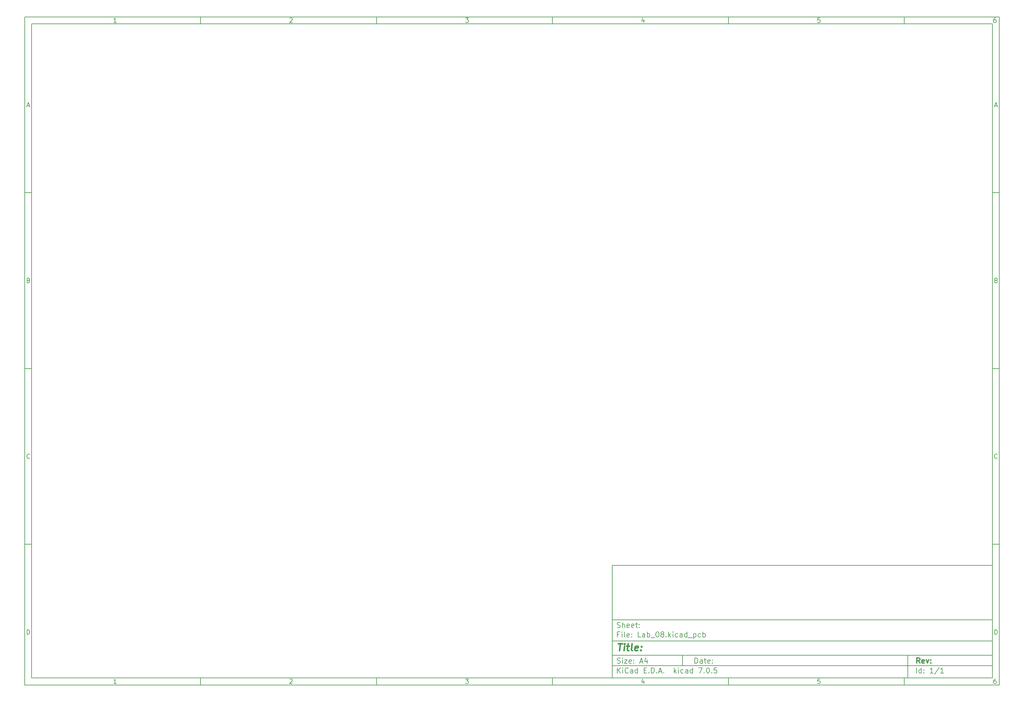
<source format=gbr>
%TF.GenerationSoftware,KiCad,Pcbnew,7.0.5*%
%TF.CreationDate,2024-03-20T11:13:37-04:00*%
%TF.ProjectId,Lab_08,4c61625f-3038-42e6-9b69-6361645f7063,rev?*%
%TF.SameCoordinates,Original*%
%TF.FileFunction,Paste,Bot*%
%TF.FilePolarity,Positive*%
%FSLAX46Y46*%
G04 Gerber Fmt 4.6, Leading zero omitted, Abs format (unit mm)*
G04 Created by KiCad (PCBNEW 7.0.5) date 2024-03-20 11:13:37*
%MOMM*%
%LPD*%
G01*
G04 APERTURE LIST*
%ADD10C,0.100000*%
%ADD11C,0.150000*%
%ADD12C,0.300000*%
%ADD13C,0.400000*%
G04 APERTURE END LIST*
D10*
D11*
X177002200Y-166007200D02*
X285002200Y-166007200D01*
X285002200Y-198007200D01*
X177002200Y-198007200D01*
X177002200Y-166007200D01*
D10*
D11*
X10000000Y-10000000D02*
X287002200Y-10000000D01*
X287002200Y-200007200D01*
X10000000Y-200007200D01*
X10000000Y-10000000D01*
D10*
D11*
X12000000Y-12000000D02*
X285002200Y-12000000D01*
X285002200Y-198007200D01*
X12000000Y-198007200D01*
X12000000Y-12000000D01*
D10*
D11*
X60000000Y-12000000D02*
X60000000Y-10000000D01*
D10*
D11*
X110000000Y-12000000D02*
X110000000Y-10000000D01*
D10*
D11*
X160000000Y-12000000D02*
X160000000Y-10000000D01*
D10*
D11*
X210000000Y-12000000D02*
X210000000Y-10000000D01*
D10*
D11*
X260000000Y-12000000D02*
X260000000Y-10000000D01*
D10*
D11*
X36089160Y-11593604D02*
X35346303Y-11593604D01*
X35717731Y-11593604D02*
X35717731Y-10293604D01*
X35717731Y-10293604D02*
X35593922Y-10479319D01*
X35593922Y-10479319D02*
X35470112Y-10603128D01*
X35470112Y-10603128D02*
X35346303Y-10665033D01*
D10*
D11*
X85346303Y-10417414D02*
X85408207Y-10355509D01*
X85408207Y-10355509D02*
X85532017Y-10293604D01*
X85532017Y-10293604D02*
X85841541Y-10293604D01*
X85841541Y-10293604D02*
X85965350Y-10355509D01*
X85965350Y-10355509D02*
X86027255Y-10417414D01*
X86027255Y-10417414D02*
X86089160Y-10541223D01*
X86089160Y-10541223D02*
X86089160Y-10665033D01*
X86089160Y-10665033D02*
X86027255Y-10850747D01*
X86027255Y-10850747D02*
X85284398Y-11593604D01*
X85284398Y-11593604D02*
X86089160Y-11593604D01*
D10*
D11*
X135284398Y-10293604D02*
X136089160Y-10293604D01*
X136089160Y-10293604D02*
X135655826Y-10788842D01*
X135655826Y-10788842D02*
X135841541Y-10788842D01*
X135841541Y-10788842D02*
X135965350Y-10850747D01*
X135965350Y-10850747D02*
X136027255Y-10912652D01*
X136027255Y-10912652D02*
X136089160Y-11036461D01*
X136089160Y-11036461D02*
X136089160Y-11345985D01*
X136089160Y-11345985D02*
X136027255Y-11469795D01*
X136027255Y-11469795D02*
X135965350Y-11531700D01*
X135965350Y-11531700D02*
X135841541Y-11593604D01*
X135841541Y-11593604D02*
X135470112Y-11593604D01*
X135470112Y-11593604D02*
X135346303Y-11531700D01*
X135346303Y-11531700D02*
X135284398Y-11469795D01*
D10*
D11*
X185965350Y-10726938D02*
X185965350Y-11593604D01*
X185655826Y-10231700D02*
X185346303Y-11160271D01*
X185346303Y-11160271D02*
X186151064Y-11160271D01*
D10*
D11*
X236027255Y-10293604D02*
X235408207Y-10293604D01*
X235408207Y-10293604D02*
X235346303Y-10912652D01*
X235346303Y-10912652D02*
X235408207Y-10850747D01*
X235408207Y-10850747D02*
X235532017Y-10788842D01*
X235532017Y-10788842D02*
X235841541Y-10788842D01*
X235841541Y-10788842D02*
X235965350Y-10850747D01*
X235965350Y-10850747D02*
X236027255Y-10912652D01*
X236027255Y-10912652D02*
X236089160Y-11036461D01*
X236089160Y-11036461D02*
X236089160Y-11345985D01*
X236089160Y-11345985D02*
X236027255Y-11469795D01*
X236027255Y-11469795D02*
X235965350Y-11531700D01*
X235965350Y-11531700D02*
X235841541Y-11593604D01*
X235841541Y-11593604D02*
X235532017Y-11593604D01*
X235532017Y-11593604D02*
X235408207Y-11531700D01*
X235408207Y-11531700D02*
X235346303Y-11469795D01*
D10*
D11*
X285965350Y-10293604D02*
X285717731Y-10293604D01*
X285717731Y-10293604D02*
X285593922Y-10355509D01*
X285593922Y-10355509D02*
X285532017Y-10417414D01*
X285532017Y-10417414D02*
X285408207Y-10603128D01*
X285408207Y-10603128D02*
X285346303Y-10850747D01*
X285346303Y-10850747D02*
X285346303Y-11345985D01*
X285346303Y-11345985D02*
X285408207Y-11469795D01*
X285408207Y-11469795D02*
X285470112Y-11531700D01*
X285470112Y-11531700D02*
X285593922Y-11593604D01*
X285593922Y-11593604D02*
X285841541Y-11593604D01*
X285841541Y-11593604D02*
X285965350Y-11531700D01*
X285965350Y-11531700D02*
X286027255Y-11469795D01*
X286027255Y-11469795D02*
X286089160Y-11345985D01*
X286089160Y-11345985D02*
X286089160Y-11036461D01*
X286089160Y-11036461D02*
X286027255Y-10912652D01*
X286027255Y-10912652D02*
X285965350Y-10850747D01*
X285965350Y-10850747D02*
X285841541Y-10788842D01*
X285841541Y-10788842D02*
X285593922Y-10788842D01*
X285593922Y-10788842D02*
X285470112Y-10850747D01*
X285470112Y-10850747D02*
X285408207Y-10912652D01*
X285408207Y-10912652D02*
X285346303Y-11036461D01*
D10*
D11*
X60000000Y-198007200D02*
X60000000Y-200007200D01*
D10*
D11*
X110000000Y-198007200D02*
X110000000Y-200007200D01*
D10*
D11*
X160000000Y-198007200D02*
X160000000Y-200007200D01*
D10*
D11*
X210000000Y-198007200D02*
X210000000Y-200007200D01*
D10*
D11*
X260000000Y-198007200D02*
X260000000Y-200007200D01*
D10*
D11*
X36089160Y-199600804D02*
X35346303Y-199600804D01*
X35717731Y-199600804D02*
X35717731Y-198300804D01*
X35717731Y-198300804D02*
X35593922Y-198486519D01*
X35593922Y-198486519D02*
X35470112Y-198610328D01*
X35470112Y-198610328D02*
X35346303Y-198672233D01*
D10*
D11*
X85346303Y-198424614D02*
X85408207Y-198362709D01*
X85408207Y-198362709D02*
X85532017Y-198300804D01*
X85532017Y-198300804D02*
X85841541Y-198300804D01*
X85841541Y-198300804D02*
X85965350Y-198362709D01*
X85965350Y-198362709D02*
X86027255Y-198424614D01*
X86027255Y-198424614D02*
X86089160Y-198548423D01*
X86089160Y-198548423D02*
X86089160Y-198672233D01*
X86089160Y-198672233D02*
X86027255Y-198857947D01*
X86027255Y-198857947D02*
X85284398Y-199600804D01*
X85284398Y-199600804D02*
X86089160Y-199600804D01*
D10*
D11*
X135284398Y-198300804D02*
X136089160Y-198300804D01*
X136089160Y-198300804D02*
X135655826Y-198796042D01*
X135655826Y-198796042D02*
X135841541Y-198796042D01*
X135841541Y-198796042D02*
X135965350Y-198857947D01*
X135965350Y-198857947D02*
X136027255Y-198919852D01*
X136027255Y-198919852D02*
X136089160Y-199043661D01*
X136089160Y-199043661D02*
X136089160Y-199353185D01*
X136089160Y-199353185D02*
X136027255Y-199476995D01*
X136027255Y-199476995D02*
X135965350Y-199538900D01*
X135965350Y-199538900D02*
X135841541Y-199600804D01*
X135841541Y-199600804D02*
X135470112Y-199600804D01*
X135470112Y-199600804D02*
X135346303Y-199538900D01*
X135346303Y-199538900D02*
X135284398Y-199476995D01*
D10*
D11*
X185965350Y-198734138D02*
X185965350Y-199600804D01*
X185655826Y-198238900D02*
X185346303Y-199167471D01*
X185346303Y-199167471D02*
X186151064Y-199167471D01*
D10*
D11*
X236027255Y-198300804D02*
X235408207Y-198300804D01*
X235408207Y-198300804D02*
X235346303Y-198919852D01*
X235346303Y-198919852D02*
X235408207Y-198857947D01*
X235408207Y-198857947D02*
X235532017Y-198796042D01*
X235532017Y-198796042D02*
X235841541Y-198796042D01*
X235841541Y-198796042D02*
X235965350Y-198857947D01*
X235965350Y-198857947D02*
X236027255Y-198919852D01*
X236027255Y-198919852D02*
X236089160Y-199043661D01*
X236089160Y-199043661D02*
X236089160Y-199353185D01*
X236089160Y-199353185D02*
X236027255Y-199476995D01*
X236027255Y-199476995D02*
X235965350Y-199538900D01*
X235965350Y-199538900D02*
X235841541Y-199600804D01*
X235841541Y-199600804D02*
X235532017Y-199600804D01*
X235532017Y-199600804D02*
X235408207Y-199538900D01*
X235408207Y-199538900D02*
X235346303Y-199476995D01*
D10*
D11*
X285965350Y-198300804D02*
X285717731Y-198300804D01*
X285717731Y-198300804D02*
X285593922Y-198362709D01*
X285593922Y-198362709D02*
X285532017Y-198424614D01*
X285532017Y-198424614D02*
X285408207Y-198610328D01*
X285408207Y-198610328D02*
X285346303Y-198857947D01*
X285346303Y-198857947D02*
X285346303Y-199353185D01*
X285346303Y-199353185D02*
X285408207Y-199476995D01*
X285408207Y-199476995D02*
X285470112Y-199538900D01*
X285470112Y-199538900D02*
X285593922Y-199600804D01*
X285593922Y-199600804D02*
X285841541Y-199600804D01*
X285841541Y-199600804D02*
X285965350Y-199538900D01*
X285965350Y-199538900D02*
X286027255Y-199476995D01*
X286027255Y-199476995D02*
X286089160Y-199353185D01*
X286089160Y-199353185D02*
X286089160Y-199043661D01*
X286089160Y-199043661D02*
X286027255Y-198919852D01*
X286027255Y-198919852D02*
X285965350Y-198857947D01*
X285965350Y-198857947D02*
X285841541Y-198796042D01*
X285841541Y-198796042D02*
X285593922Y-198796042D01*
X285593922Y-198796042D02*
X285470112Y-198857947D01*
X285470112Y-198857947D02*
X285408207Y-198919852D01*
X285408207Y-198919852D02*
X285346303Y-199043661D01*
D10*
D11*
X10000000Y-60000000D02*
X12000000Y-60000000D01*
D10*
D11*
X10000000Y-110000000D02*
X12000000Y-110000000D01*
D10*
D11*
X10000000Y-160000000D02*
X12000000Y-160000000D01*
D10*
D11*
X10690476Y-35222176D02*
X11309523Y-35222176D01*
X10566666Y-35593604D02*
X10999999Y-34293604D01*
X10999999Y-34293604D02*
X11433333Y-35593604D01*
D10*
D11*
X11092857Y-84912652D02*
X11278571Y-84974557D01*
X11278571Y-84974557D02*
X11340476Y-85036461D01*
X11340476Y-85036461D02*
X11402380Y-85160271D01*
X11402380Y-85160271D02*
X11402380Y-85345985D01*
X11402380Y-85345985D02*
X11340476Y-85469795D01*
X11340476Y-85469795D02*
X11278571Y-85531700D01*
X11278571Y-85531700D02*
X11154761Y-85593604D01*
X11154761Y-85593604D02*
X10659523Y-85593604D01*
X10659523Y-85593604D02*
X10659523Y-84293604D01*
X10659523Y-84293604D02*
X11092857Y-84293604D01*
X11092857Y-84293604D02*
X11216666Y-84355509D01*
X11216666Y-84355509D02*
X11278571Y-84417414D01*
X11278571Y-84417414D02*
X11340476Y-84541223D01*
X11340476Y-84541223D02*
X11340476Y-84665033D01*
X11340476Y-84665033D02*
X11278571Y-84788842D01*
X11278571Y-84788842D02*
X11216666Y-84850747D01*
X11216666Y-84850747D02*
X11092857Y-84912652D01*
X11092857Y-84912652D02*
X10659523Y-84912652D01*
D10*
D11*
X11402380Y-135469795D02*
X11340476Y-135531700D01*
X11340476Y-135531700D02*
X11154761Y-135593604D01*
X11154761Y-135593604D02*
X11030952Y-135593604D01*
X11030952Y-135593604D02*
X10845238Y-135531700D01*
X10845238Y-135531700D02*
X10721428Y-135407890D01*
X10721428Y-135407890D02*
X10659523Y-135284080D01*
X10659523Y-135284080D02*
X10597619Y-135036461D01*
X10597619Y-135036461D02*
X10597619Y-134850747D01*
X10597619Y-134850747D02*
X10659523Y-134603128D01*
X10659523Y-134603128D02*
X10721428Y-134479319D01*
X10721428Y-134479319D02*
X10845238Y-134355509D01*
X10845238Y-134355509D02*
X11030952Y-134293604D01*
X11030952Y-134293604D02*
X11154761Y-134293604D01*
X11154761Y-134293604D02*
X11340476Y-134355509D01*
X11340476Y-134355509D02*
X11402380Y-134417414D01*
D10*
D11*
X10659523Y-185593604D02*
X10659523Y-184293604D01*
X10659523Y-184293604D02*
X10969047Y-184293604D01*
X10969047Y-184293604D02*
X11154761Y-184355509D01*
X11154761Y-184355509D02*
X11278571Y-184479319D01*
X11278571Y-184479319D02*
X11340476Y-184603128D01*
X11340476Y-184603128D02*
X11402380Y-184850747D01*
X11402380Y-184850747D02*
X11402380Y-185036461D01*
X11402380Y-185036461D02*
X11340476Y-185284080D01*
X11340476Y-185284080D02*
X11278571Y-185407890D01*
X11278571Y-185407890D02*
X11154761Y-185531700D01*
X11154761Y-185531700D02*
X10969047Y-185593604D01*
X10969047Y-185593604D02*
X10659523Y-185593604D01*
D10*
D11*
X287002200Y-60000000D02*
X285002200Y-60000000D01*
D10*
D11*
X287002200Y-110000000D02*
X285002200Y-110000000D01*
D10*
D11*
X287002200Y-160000000D02*
X285002200Y-160000000D01*
D10*
D11*
X285692676Y-35222176D02*
X286311723Y-35222176D01*
X285568866Y-35593604D02*
X286002199Y-34293604D01*
X286002199Y-34293604D02*
X286435533Y-35593604D01*
D10*
D11*
X286095057Y-84912652D02*
X286280771Y-84974557D01*
X286280771Y-84974557D02*
X286342676Y-85036461D01*
X286342676Y-85036461D02*
X286404580Y-85160271D01*
X286404580Y-85160271D02*
X286404580Y-85345985D01*
X286404580Y-85345985D02*
X286342676Y-85469795D01*
X286342676Y-85469795D02*
X286280771Y-85531700D01*
X286280771Y-85531700D02*
X286156961Y-85593604D01*
X286156961Y-85593604D02*
X285661723Y-85593604D01*
X285661723Y-85593604D02*
X285661723Y-84293604D01*
X285661723Y-84293604D02*
X286095057Y-84293604D01*
X286095057Y-84293604D02*
X286218866Y-84355509D01*
X286218866Y-84355509D02*
X286280771Y-84417414D01*
X286280771Y-84417414D02*
X286342676Y-84541223D01*
X286342676Y-84541223D02*
X286342676Y-84665033D01*
X286342676Y-84665033D02*
X286280771Y-84788842D01*
X286280771Y-84788842D02*
X286218866Y-84850747D01*
X286218866Y-84850747D02*
X286095057Y-84912652D01*
X286095057Y-84912652D02*
X285661723Y-84912652D01*
D10*
D11*
X286404580Y-135469795D02*
X286342676Y-135531700D01*
X286342676Y-135531700D02*
X286156961Y-135593604D01*
X286156961Y-135593604D02*
X286033152Y-135593604D01*
X286033152Y-135593604D02*
X285847438Y-135531700D01*
X285847438Y-135531700D02*
X285723628Y-135407890D01*
X285723628Y-135407890D02*
X285661723Y-135284080D01*
X285661723Y-135284080D02*
X285599819Y-135036461D01*
X285599819Y-135036461D02*
X285599819Y-134850747D01*
X285599819Y-134850747D02*
X285661723Y-134603128D01*
X285661723Y-134603128D02*
X285723628Y-134479319D01*
X285723628Y-134479319D02*
X285847438Y-134355509D01*
X285847438Y-134355509D02*
X286033152Y-134293604D01*
X286033152Y-134293604D02*
X286156961Y-134293604D01*
X286156961Y-134293604D02*
X286342676Y-134355509D01*
X286342676Y-134355509D02*
X286404580Y-134417414D01*
D10*
D11*
X285661723Y-185593604D02*
X285661723Y-184293604D01*
X285661723Y-184293604D02*
X285971247Y-184293604D01*
X285971247Y-184293604D02*
X286156961Y-184355509D01*
X286156961Y-184355509D02*
X286280771Y-184479319D01*
X286280771Y-184479319D02*
X286342676Y-184603128D01*
X286342676Y-184603128D02*
X286404580Y-184850747D01*
X286404580Y-184850747D02*
X286404580Y-185036461D01*
X286404580Y-185036461D02*
X286342676Y-185284080D01*
X286342676Y-185284080D02*
X286280771Y-185407890D01*
X286280771Y-185407890D02*
X286156961Y-185531700D01*
X286156961Y-185531700D02*
X285971247Y-185593604D01*
X285971247Y-185593604D02*
X285661723Y-185593604D01*
D10*
D11*
X200458026Y-193793328D02*
X200458026Y-192293328D01*
X200458026Y-192293328D02*
X200815169Y-192293328D01*
X200815169Y-192293328D02*
X201029455Y-192364757D01*
X201029455Y-192364757D02*
X201172312Y-192507614D01*
X201172312Y-192507614D02*
X201243741Y-192650471D01*
X201243741Y-192650471D02*
X201315169Y-192936185D01*
X201315169Y-192936185D02*
X201315169Y-193150471D01*
X201315169Y-193150471D02*
X201243741Y-193436185D01*
X201243741Y-193436185D02*
X201172312Y-193579042D01*
X201172312Y-193579042D02*
X201029455Y-193721900D01*
X201029455Y-193721900D02*
X200815169Y-193793328D01*
X200815169Y-193793328D02*
X200458026Y-193793328D01*
X202600884Y-193793328D02*
X202600884Y-193007614D01*
X202600884Y-193007614D02*
X202529455Y-192864757D01*
X202529455Y-192864757D02*
X202386598Y-192793328D01*
X202386598Y-192793328D02*
X202100884Y-192793328D01*
X202100884Y-192793328D02*
X201958026Y-192864757D01*
X202600884Y-193721900D02*
X202458026Y-193793328D01*
X202458026Y-193793328D02*
X202100884Y-193793328D01*
X202100884Y-193793328D02*
X201958026Y-193721900D01*
X201958026Y-193721900D02*
X201886598Y-193579042D01*
X201886598Y-193579042D02*
X201886598Y-193436185D01*
X201886598Y-193436185D02*
X201958026Y-193293328D01*
X201958026Y-193293328D02*
X202100884Y-193221900D01*
X202100884Y-193221900D02*
X202458026Y-193221900D01*
X202458026Y-193221900D02*
X202600884Y-193150471D01*
X203100884Y-192793328D02*
X203672312Y-192793328D01*
X203315169Y-192293328D02*
X203315169Y-193579042D01*
X203315169Y-193579042D02*
X203386598Y-193721900D01*
X203386598Y-193721900D02*
X203529455Y-193793328D01*
X203529455Y-193793328D02*
X203672312Y-193793328D01*
X204743741Y-193721900D02*
X204600884Y-193793328D01*
X204600884Y-193793328D02*
X204315170Y-193793328D01*
X204315170Y-193793328D02*
X204172312Y-193721900D01*
X204172312Y-193721900D02*
X204100884Y-193579042D01*
X204100884Y-193579042D02*
X204100884Y-193007614D01*
X204100884Y-193007614D02*
X204172312Y-192864757D01*
X204172312Y-192864757D02*
X204315170Y-192793328D01*
X204315170Y-192793328D02*
X204600884Y-192793328D01*
X204600884Y-192793328D02*
X204743741Y-192864757D01*
X204743741Y-192864757D02*
X204815170Y-193007614D01*
X204815170Y-193007614D02*
X204815170Y-193150471D01*
X204815170Y-193150471D02*
X204100884Y-193293328D01*
X205458026Y-193650471D02*
X205529455Y-193721900D01*
X205529455Y-193721900D02*
X205458026Y-193793328D01*
X205458026Y-193793328D02*
X205386598Y-193721900D01*
X205386598Y-193721900D02*
X205458026Y-193650471D01*
X205458026Y-193650471D02*
X205458026Y-193793328D01*
X205458026Y-192864757D02*
X205529455Y-192936185D01*
X205529455Y-192936185D02*
X205458026Y-193007614D01*
X205458026Y-193007614D02*
X205386598Y-192936185D01*
X205386598Y-192936185D02*
X205458026Y-192864757D01*
X205458026Y-192864757D02*
X205458026Y-193007614D01*
D10*
D11*
X177002200Y-194507200D02*
X285002200Y-194507200D01*
D10*
D11*
X178458026Y-196593328D02*
X178458026Y-195093328D01*
X179315169Y-196593328D02*
X178672312Y-195736185D01*
X179315169Y-195093328D02*
X178458026Y-195950471D01*
X179958026Y-196593328D02*
X179958026Y-195593328D01*
X179958026Y-195093328D02*
X179886598Y-195164757D01*
X179886598Y-195164757D02*
X179958026Y-195236185D01*
X179958026Y-195236185D02*
X180029455Y-195164757D01*
X180029455Y-195164757D02*
X179958026Y-195093328D01*
X179958026Y-195093328D02*
X179958026Y-195236185D01*
X181529455Y-196450471D02*
X181458027Y-196521900D01*
X181458027Y-196521900D02*
X181243741Y-196593328D01*
X181243741Y-196593328D02*
X181100884Y-196593328D01*
X181100884Y-196593328D02*
X180886598Y-196521900D01*
X180886598Y-196521900D02*
X180743741Y-196379042D01*
X180743741Y-196379042D02*
X180672312Y-196236185D01*
X180672312Y-196236185D02*
X180600884Y-195950471D01*
X180600884Y-195950471D02*
X180600884Y-195736185D01*
X180600884Y-195736185D02*
X180672312Y-195450471D01*
X180672312Y-195450471D02*
X180743741Y-195307614D01*
X180743741Y-195307614D02*
X180886598Y-195164757D01*
X180886598Y-195164757D02*
X181100884Y-195093328D01*
X181100884Y-195093328D02*
X181243741Y-195093328D01*
X181243741Y-195093328D02*
X181458027Y-195164757D01*
X181458027Y-195164757D02*
X181529455Y-195236185D01*
X182815170Y-196593328D02*
X182815170Y-195807614D01*
X182815170Y-195807614D02*
X182743741Y-195664757D01*
X182743741Y-195664757D02*
X182600884Y-195593328D01*
X182600884Y-195593328D02*
X182315170Y-195593328D01*
X182315170Y-195593328D02*
X182172312Y-195664757D01*
X182815170Y-196521900D02*
X182672312Y-196593328D01*
X182672312Y-196593328D02*
X182315170Y-196593328D01*
X182315170Y-196593328D02*
X182172312Y-196521900D01*
X182172312Y-196521900D02*
X182100884Y-196379042D01*
X182100884Y-196379042D02*
X182100884Y-196236185D01*
X182100884Y-196236185D02*
X182172312Y-196093328D01*
X182172312Y-196093328D02*
X182315170Y-196021900D01*
X182315170Y-196021900D02*
X182672312Y-196021900D01*
X182672312Y-196021900D02*
X182815170Y-195950471D01*
X184172313Y-196593328D02*
X184172313Y-195093328D01*
X184172313Y-196521900D02*
X184029455Y-196593328D01*
X184029455Y-196593328D02*
X183743741Y-196593328D01*
X183743741Y-196593328D02*
X183600884Y-196521900D01*
X183600884Y-196521900D02*
X183529455Y-196450471D01*
X183529455Y-196450471D02*
X183458027Y-196307614D01*
X183458027Y-196307614D02*
X183458027Y-195879042D01*
X183458027Y-195879042D02*
X183529455Y-195736185D01*
X183529455Y-195736185D02*
X183600884Y-195664757D01*
X183600884Y-195664757D02*
X183743741Y-195593328D01*
X183743741Y-195593328D02*
X184029455Y-195593328D01*
X184029455Y-195593328D02*
X184172313Y-195664757D01*
X186029455Y-195807614D02*
X186529455Y-195807614D01*
X186743741Y-196593328D02*
X186029455Y-196593328D01*
X186029455Y-196593328D02*
X186029455Y-195093328D01*
X186029455Y-195093328D02*
X186743741Y-195093328D01*
X187386598Y-196450471D02*
X187458027Y-196521900D01*
X187458027Y-196521900D02*
X187386598Y-196593328D01*
X187386598Y-196593328D02*
X187315170Y-196521900D01*
X187315170Y-196521900D02*
X187386598Y-196450471D01*
X187386598Y-196450471D02*
X187386598Y-196593328D01*
X188100884Y-196593328D02*
X188100884Y-195093328D01*
X188100884Y-195093328D02*
X188458027Y-195093328D01*
X188458027Y-195093328D02*
X188672313Y-195164757D01*
X188672313Y-195164757D02*
X188815170Y-195307614D01*
X188815170Y-195307614D02*
X188886599Y-195450471D01*
X188886599Y-195450471D02*
X188958027Y-195736185D01*
X188958027Y-195736185D02*
X188958027Y-195950471D01*
X188958027Y-195950471D02*
X188886599Y-196236185D01*
X188886599Y-196236185D02*
X188815170Y-196379042D01*
X188815170Y-196379042D02*
X188672313Y-196521900D01*
X188672313Y-196521900D02*
X188458027Y-196593328D01*
X188458027Y-196593328D02*
X188100884Y-196593328D01*
X189600884Y-196450471D02*
X189672313Y-196521900D01*
X189672313Y-196521900D02*
X189600884Y-196593328D01*
X189600884Y-196593328D02*
X189529456Y-196521900D01*
X189529456Y-196521900D02*
X189600884Y-196450471D01*
X189600884Y-196450471D02*
X189600884Y-196593328D01*
X190243742Y-196164757D02*
X190958028Y-196164757D01*
X190100885Y-196593328D02*
X190600885Y-195093328D01*
X190600885Y-195093328D02*
X191100885Y-196593328D01*
X191600884Y-196450471D02*
X191672313Y-196521900D01*
X191672313Y-196521900D02*
X191600884Y-196593328D01*
X191600884Y-196593328D02*
X191529456Y-196521900D01*
X191529456Y-196521900D02*
X191600884Y-196450471D01*
X191600884Y-196450471D02*
X191600884Y-196593328D01*
X194600884Y-196593328D02*
X194600884Y-195093328D01*
X194743742Y-196021900D02*
X195172313Y-196593328D01*
X195172313Y-195593328D02*
X194600884Y-196164757D01*
X195815170Y-196593328D02*
X195815170Y-195593328D01*
X195815170Y-195093328D02*
X195743742Y-195164757D01*
X195743742Y-195164757D02*
X195815170Y-195236185D01*
X195815170Y-195236185D02*
X195886599Y-195164757D01*
X195886599Y-195164757D02*
X195815170Y-195093328D01*
X195815170Y-195093328D02*
X195815170Y-195236185D01*
X197172314Y-196521900D02*
X197029456Y-196593328D01*
X197029456Y-196593328D02*
X196743742Y-196593328D01*
X196743742Y-196593328D02*
X196600885Y-196521900D01*
X196600885Y-196521900D02*
X196529456Y-196450471D01*
X196529456Y-196450471D02*
X196458028Y-196307614D01*
X196458028Y-196307614D02*
X196458028Y-195879042D01*
X196458028Y-195879042D02*
X196529456Y-195736185D01*
X196529456Y-195736185D02*
X196600885Y-195664757D01*
X196600885Y-195664757D02*
X196743742Y-195593328D01*
X196743742Y-195593328D02*
X197029456Y-195593328D01*
X197029456Y-195593328D02*
X197172314Y-195664757D01*
X198458028Y-196593328D02*
X198458028Y-195807614D01*
X198458028Y-195807614D02*
X198386599Y-195664757D01*
X198386599Y-195664757D02*
X198243742Y-195593328D01*
X198243742Y-195593328D02*
X197958028Y-195593328D01*
X197958028Y-195593328D02*
X197815170Y-195664757D01*
X198458028Y-196521900D02*
X198315170Y-196593328D01*
X198315170Y-196593328D02*
X197958028Y-196593328D01*
X197958028Y-196593328D02*
X197815170Y-196521900D01*
X197815170Y-196521900D02*
X197743742Y-196379042D01*
X197743742Y-196379042D02*
X197743742Y-196236185D01*
X197743742Y-196236185D02*
X197815170Y-196093328D01*
X197815170Y-196093328D02*
X197958028Y-196021900D01*
X197958028Y-196021900D02*
X198315170Y-196021900D01*
X198315170Y-196021900D02*
X198458028Y-195950471D01*
X199815171Y-196593328D02*
X199815171Y-195093328D01*
X199815171Y-196521900D02*
X199672313Y-196593328D01*
X199672313Y-196593328D02*
X199386599Y-196593328D01*
X199386599Y-196593328D02*
X199243742Y-196521900D01*
X199243742Y-196521900D02*
X199172313Y-196450471D01*
X199172313Y-196450471D02*
X199100885Y-196307614D01*
X199100885Y-196307614D02*
X199100885Y-195879042D01*
X199100885Y-195879042D02*
X199172313Y-195736185D01*
X199172313Y-195736185D02*
X199243742Y-195664757D01*
X199243742Y-195664757D02*
X199386599Y-195593328D01*
X199386599Y-195593328D02*
X199672313Y-195593328D01*
X199672313Y-195593328D02*
X199815171Y-195664757D01*
X201529456Y-195093328D02*
X202529456Y-195093328D01*
X202529456Y-195093328D02*
X201886599Y-196593328D01*
X203100884Y-196450471D02*
X203172313Y-196521900D01*
X203172313Y-196521900D02*
X203100884Y-196593328D01*
X203100884Y-196593328D02*
X203029456Y-196521900D01*
X203029456Y-196521900D02*
X203100884Y-196450471D01*
X203100884Y-196450471D02*
X203100884Y-196593328D01*
X204100885Y-195093328D02*
X204243742Y-195093328D01*
X204243742Y-195093328D02*
X204386599Y-195164757D01*
X204386599Y-195164757D02*
X204458028Y-195236185D01*
X204458028Y-195236185D02*
X204529456Y-195379042D01*
X204529456Y-195379042D02*
X204600885Y-195664757D01*
X204600885Y-195664757D02*
X204600885Y-196021900D01*
X204600885Y-196021900D02*
X204529456Y-196307614D01*
X204529456Y-196307614D02*
X204458028Y-196450471D01*
X204458028Y-196450471D02*
X204386599Y-196521900D01*
X204386599Y-196521900D02*
X204243742Y-196593328D01*
X204243742Y-196593328D02*
X204100885Y-196593328D01*
X204100885Y-196593328D02*
X203958028Y-196521900D01*
X203958028Y-196521900D02*
X203886599Y-196450471D01*
X203886599Y-196450471D02*
X203815170Y-196307614D01*
X203815170Y-196307614D02*
X203743742Y-196021900D01*
X203743742Y-196021900D02*
X203743742Y-195664757D01*
X203743742Y-195664757D02*
X203815170Y-195379042D01*
X203815170Y-195379042D02*
X203886599Y-195236185D01*
X203886599Y-195236185D02*
X203958028Y-195164757D01*
X203958028Y-195164757D02*
X204100885Y-195093328D01*
X205243741Y-196450471D02*
X205315170Y-196521900D01*
X205315170Y-196521900D02*
X205243741Y-196593328D01*
X205243741Y-196593328D02*
X205172313Y-196521900D01*
X205172313Y-196521900D02*
X205243741Y-196450471D01*
X205243741Y-196450471D02*
X205243741Y-196593328D01*
X206672313Y-195093328D02*
X205958027Y-195093328D01*
X205958027Y-195093328D02*
X205886599Y-195807614D01*
X205886599Y-195807614D02*
X205958027Y-195736185D01*
X205958027Y-195736185D02*
X206100885Y-195664757D01*
X206100885Y-195664757D02*
X206458027Y-195664757D01*
X206458027Y-195664757D02*
X206600885Y-195736185D01*
X206600885Y-195736185D02*
X206672313Y-195807614D01*
X206672313Y-195807614D02*
X206743742Y-195950471D01*
X206743742Y-195950471D02*
X206743742Y-196307614D01*
X206743742Y-196307614D02*
X206672313Y-196450471D01*
X206672313Y-196450471D02*
X206600885Y-196521900D01*
X206600885Y-196521900D02*
X206458027Y-196593328D01*
X206458027Y-196593328D02*
X206100885Y-196593328D01*
X206100885Y-196593328D02*
X205958027Y-196521900D01*
X205958027Y-196521900D02*
X205886599Y-196450471D01*
D10*
D11*
X177002200Y-191507200D02*
X285002200Y-191507200D01*
D10*
D12*
X264413853Y-193785528D02*
X263913853Y-193071242D01*
X263556710Y-193785528D02*
X263556710Y-192285528D01*
X263556710Y-192285528D02*
X264128139Y-192285528D01*
X264128139Y-192285528D02*
X264270996Y-192356957D01*
X264270996Y-192356957D02*
X264342425Y-192428385D01*
X264342425Y-192428385D02*
X264413853Y-192571242D01*
X264413853Y-192571242D02*
X264413853Y-192785528D01*
X264413853Y-192785528D02*
X264342425Y-192928385D01*
X264342425Y-192928385D02*
X264270996Y-192999814D01*
X264270996Y-192999814D02*
X264128139Y-193071242D01*
X264128139Y-193071242D02*
X263556710Y-193071242D01*
X265628139Y-193714100D02*
X265485282Y-193785528D01*
X265485282Y-193785528D02*
X265199568Y-193785528D01*
X265199568Y-193785528D02*
X265056710Y-193714100D01*
X265056710Y-193714100D02*
X264985282Y-193571242D01*
X264985282Y-193571242D02*
X264985282Y-192999814D01*
X264985282Y-192999814D02*
X265056710Y-192856957D01*
X265056710Y-192856957D02*
X265199568Y-192785528D01*
X265199568Y-192785528D02*
X265485282Y-192785528D01*
X265485282Y-192785528D02*
X265628139Y-192856957D01*
X265628139Y-192856957D02*
X265699568Y-192999814D01*
X265699568Y-192999814D02*
X265699568Y-193142671D01*
X265699568Y-193142671D02*
X264985282Y-193285528D01*
X266199567Y-192785528D02*
X266556710Y-193785528D01*
X266556710Y-193785528D02*
X266913853Y-192785528D01*
X267485281Y-193642671D02*
X267556710Y-193714100D01*
X267556710Y-193714100D02*
X267485281Y-193785528D01*
X267485281Y-193785528D02*
X267413853Y-193714100D01*
X267413853Y-193714100D02*
X267485281Y-193642671D01*
X267485281Y-193642671D02*
X267485281Y-193785528D01*
X267485281Y-192856957D02*
X267556710Y-192928385D01*
X267556710Y-192928385D02*
X267485281Y-192999814D01*
X267485281Y-192999814D02*
X267413853Y-192928385D01*
X267413853Y-192928385D02*
X267485281Y-192856957D01*
X267485281Y-192856957D02*
X267485281Y-192999814D01*
D10*
D11*
X178386598Y-193721900D02*
X178600884Y-193793328D01*
X178600884Y-193793328D02*
X178958026Y-193793328D01*
X178958026Y-193793328D02*
X179100884Y-193721900D01*
X179100884Y-193721900D02*
X179172312Y-193650471D01*
X179172312Y-193650471D02*
X179243741Y-193507614D01*
X179243741Y-193507614D02*
X179243741Y-193364757D01*
X179243741Y-193364757D02*
X179172312Y-193221900D01*
X179172312Y-193221900D02*
X179100884Y-193150471D01*
X179100884Y-193150471D02*
X178958026Y-193079042D01*
X178958026Y-193079042D02*
X178672312Y-193007614D01*
X178672312Y-193007614D02*
X178529455Y-192936185D01*
X178529455Y-192936185D02*
X178458026Y-192864757D01*
X178458026Y-192864757D02*
X178386598Y-192721900D01*
X178386598Y-192721900D02*
X178386598Y-192579042D01*
X178386598Y-192579042D02*
X178458026Y-192436185D01*
X178458026Y-192436185D02*
X178529455Y-192364757D01*
X178529455Y-192364757D02*
X178672312Y-192293328D01*
X178672312Y-192293328D02*
X179029455Y-192293328D01*
X179029455Y-192293328D02*
X179243741Y-192364757D01*
X179886597Y-193793328D02*
X179886597Y-192793328D01*
X179886597Y-192293328D02*
X179815169Y-192364757D01*
X179815169Y-192364757D02*
X179886597Y-192436185D01*
X179886597Y-192436185D02*
X179958026Y-192364757D01*
X179958026Y-192364757D02*
X179886597Y-192293328D01*
X179886597Y-192293328D02*
X179886597Y-192436185D01*
X180458026Y-192793328D02*
X181243741Y-192793328D01*
X181243741Y-192793328D02*
X180458026Y-193793328D01*
X180458026Y-193793328D02*
X181243741Y-193793328D01*
X182386598Y-193721900D02*
X182243741Y-193793328D01*
X182243741Y-193793328D02*
X181958027Y-193793328D01*
X181958027Y-193793328D02*
X181815169Y-193721900D01*
X181815169Y-193721900D02*
X181743741Y-193579042D01*
X181743741Y-193579042D02*
X181743741Y-193007614D01*
X181743741Y-193007614D02*
X181815169Y-192864757D01*
X181815169Y-192864757D02*
X181958027Y-192793328D01*
X181958027Y-192793328D02*
X182243741Y-192793328D01*
X182243741Y-192793328D02*
X182386598Y-192864757D01*
X182386598Y-192864757D02*
X182458027Y-193007614D01*
X182458027Y-193007614D02*
X182458027Y-193150471D01*
X182458027Y-193150471D02*
X181743741Y-193293328D01*
X183100883Y-193650471D02*
X183172312Y-193721900D01*
X183172312Y-193721900D02*
X183100883Y-193793328D01*
X183100883Y-193793328D02*
X183029455Y-193721900D01*
X183029455Y-193721900D02*
X183100883Y-193650471D01*
X183100883Y-193650471D02*
X183100883Y-193793328D01*
X183100883Y-192864757D02*
X183172312Y-192936185D01*
X183172312Y-192936185D02*
X183100883Y-193007614D01*
X183100883Y-193007614D02*
X183029455Y-192936185D01*
X183029455Y-192936185D02*
X183100883Y-192864757D01*
X183100883Y-192864757D02*
X183100883Y-193007614D01*
X184886598Y-193364757D02*
X185600884Y-193364757D01*
X184743741Y-193793328D02*
X185243741Y-192293328D01*
X185243741Y-192293328D02*
X185743741Y-193793328D01*
X186886598Y-192793328D02*
X186886598Y-193793328D01*
X186529455Y-192221900D02*
X186172312Y-193293328D01*
X186172312Y-193293328D02*
X187100883Y-193293328D01*
D10*
D11*
X263458026Y-196593328D02*
X263458026Y-195093328D01*
X264815170Y-196593328D02*
X264815170Y-195093328D01*
X264815170Y-196521900D02*
X264672312Y-196593328D01*
X264672312Y-196593328D02*
X264386598Y-196593328D01*
X264386598Y-196593328D02*
X264243741Y-196521900D01*
X264243741Y-196521900D02*
X264172312Y-196450471D01*
X264172312Y-196450471D02*
X264100884Y-196307614D01*
X264100884Y-196307614D02*
X264100884Y-195879042D01*
X264100884Y-195879042D02*
X264172312Y-195736185D01*
X264172312Y-195736185D02*
X264243741Y-195664757D01*
X264243741Y-195664757D02*
X264386598Y-195593328D01*
X264386598Y-195593328D02*
X264672312Y-195593328D01*
X264672312Y-195593328D02*
X264815170Y-195664757D01*
X265529455Y-196450471D02*
X265600884Y-196521900D01*
X265600884Y-196521900D02*
X265529455Y-196593328D01*
X265529455Y-196593328D02*
X265458027Y-196521900D01*
X265458027Y-196521900D02*
X265529455Y-196450471D01*
X265529455Y-196450471D02*
X265529455Y-196593328D01*
X265529455Y-195664757D02*
X265600884Y-195736185D01*
X265600884Y-195736185D02*
X265529455Y-195807614D01*
X265529455Y-195807614D02*
X265458027Y-195736185D01*
X265458027Y-195736185D02*
X265529455Y-195664757D01*
X265529455Y-195664757D02*
X265529455Y-195807614D01*
X268172313Y-196593328D02*
X267315170Y-196593328D01*
X267743741Y-196593328D02*
X267743741Y-195093328D01*
X267743741Y-195093328D02*
X267600884Y-195307614D01*
X267600884Y-195307614D02*
X267458027Y-195450471D01*
X267458027Y-195450471D02*
X267315170Y-195521900D01*
X269886598Y-195021900D02*
X268600884Y-196950471D01*
X271172313Y-196593328D02*
X270315170Y-196593328D01*
X270743741Y-196593328D02*
X270743741Y-195093328D01*
X270743741Y-195093328D02*
X270600884Y-195307614D01*
X270600884Y-195307614D02*
X270458027Y-195450471D01*
X270458027Y-195450471D02*
X270315170Y-195521900D01*
D10*
D11*
X177002200Y-187507200D02*
X285002200Y-187507200D01*
D10*
D13*
X178693928Y-188211638D02*
X179836785Y-188211638D01*
X179015357Y-190211638D02*
X179265357Y-188211638D01*
X180253452Y-190211638D02*
X180420119Y-188878304D01*
X180503452Y-188211638D02*
X180396309Y-188306876D01*
X180396309Y-188306876D02*
X180479643Y-188402114D01*
X180479643Y-188402114D02*
X180586786Y-188306876D01*
X180586786Y-188306876D02*
X180503452Y-188211638D01*
X180503452Y-188211638D02*
X180479643Y-188402114D01*
X181086786Y-188878304D02*
X181848690Y-188878304D01*
X181455833Y-188211638D02*
X181241548Y-189925923D01*
X181241548Y-189925923D02*
X181312976Y-190116400D01*
X181312976Y-190116400D02*
X181491548Y-190211638D01*
X181491548Y-190211638D02*
X181682024Y-190211638D01*
X182634405Y-190211638D02*
X182455833Y-190116400D01*
X182455833Y-190116400D02*
X182384405Y-189925923D01*
X182384405Y-189925923D02*
X182598690Y-188211638D01*
X184170119Y-190116400D02*
X183967738Y-190211638D01*
X183967738Y-190211638D02*
X183586785Y-190211638D01*
X183586785Y-190211638D02*
X183408214Y-190116400D01*
X183408214Y-190116400D02*
X183336785Y-189925923D01*
X183336785Y-189925923D02*
X183432024Y-189164019D01*
X183432024Y-189164019D02*
X183551071Y-188973542D01*
X183551071Y-188973542D02*
X183753452Y-188878304D01*
X183753452Y-188878304D02*
X184134404Y-188878304D01*
X184134404Y-188878304D02*
X184312976Y-188973542D01*
X184312976Y-188973542D02*
X184384404Y-189164019D01*
X184384404Y-189164019D02*
X184360595Y-189354495D01*
X184360595Y-189354495D02*
X183384404Y-189544971D01*
X185134405Y-190021161D02*
X185217738Y-190116400D01*
X185217738Y-190116400D02*
X185110595Y-190211638D01*
X185110595Y-190211638D02*
X185027262Y-190116400D01*
X185027262Y-190116400D02*
X185134405Y-190021161D01*
X185134405Y-190021161D02*
X185110595Y-190211638D01*
X185265357Y-188973542D02*
X185348690Y-189068780D01*
X185348690Y-189068780D02*
X185241548Y-189164019D01*
X185241548Y-189164019D02*
X185158214Y-189068780D01*
X185158214Y-189068780D02*
X185265357Y-188973542D01*
X185265357Y-188973542D02*
X185241548Y-189164019D01*
D10*
D11*
X178958026Y-185607614D02*
X178458026Y-185607614D01*
X178458026Y-186393328D02*
X178458026Y-184893328D01*
X178458026Y-184893328D02*
X179172312Y-184893328D01*
X179743740Y-186393328D02*
X179743740Y-185393328D01*
X179743740Y-184893328D02*
X179672312Y-184964757D01*
X179672312Y-184964757D02*
X179743740Y-185036185D01*
X179743740Y-185036185D02*
X179815169Y-184964757D01*
X179815169Y-184964757D02*
X179743740Y-184893328D01*
X179743740Y-184893328D02*
X179743740Y-185036185D01*
X180672312Y-186393328D02*
X180529455Y-186321900D01*
X180529455Y-186321900D02*
X180458026Y-186179042D01*
X180458026Y-186179042D02*
X180458026Y-184893328D01*
X181815169Y-186321900D02*
X181672312Y-186393328D01*
X181672312Y-186393328D02*
X181386598Y-186393328D01*
X181386598Y-186393328D02*
X181243740Y-186321900D01*
X181243740Y-186321900D02*
X181172312Y-186179042D01*
X181172312Y-186179042D02*
X181172312Y-185607614D01*
X181172312Y-185607614D02*
X181243740Y-185464757D01*
X181243740Y-185464757D02*
X181386598Y-185393328D01*
X181386598Y-185393328D02*
X181672312Y-185393328D01*
X181672312Y-185393328D02*
X181815169Y-185464757D01*
X181815169Y-185464757D02*
X181886598Y-185607614D01*
X181886598Y-185607614D02*
X181886598Y-185750471D01*
X181886598Y-185750471D02*
X181172312Y-185893328D01*
X182529454Y-186250471D02*
X182600883Y-186321900D01*
X182600883Y-186321900D02*
X182529454Y-186393328D01*
X182529454Y-186393328D02*
X182458026Y-186321900D01*
X182458026Y-186321900D02*
X182529454Y-186250471D01*
X182529454Y-186250471D02*
X182529454Y-186393328D01*
X182529454Y-185464757D02*
X182600883Y-185536185D01*
X182600883Y-185536185D02*
X182529454Y-185607614D01*
X182529454Y-185607614D02*
X182458026Y-185536185D01*
X182458026Y-185536185D02*
X182529454Y-185464757D01*
X182529454Y-185464757D02*
X182529454Y-185607614D01*
X185100883Y-186393328D02*
X184386597Y-186393328D01*
X184386597Y-186393328D02*
X184386597Y-184893328D01*
X186243741Y-186393328D02*
X186243741Y-185607614D01*
X186243741Y-185607614D02*
X186172312Y-185464757D01*
X186172312Y-185464757D02*
X186029455Y-185393328D01*
X186029455Y-185393328D02*
X185743741Y-185393328D01*
X185743741Y-185393328D02*
X185600883Y-185464757D01*
X186243741Y-186321900D02*
X186100883Y-186393328D01*
X186100883Y-186393328D02*
X185743741Y-186393328D01*
X185743741Y-186393328D02*
X185600883Y-186321900D01*
X185600883Y-186321900D02*
X185529455Y-186179042D01*
X185529455Y-186179042D02*
X185529455Y-186036185D01*
X185529455Y-186036185D02*
X185600883Y-185893328D01*
X185600883Y-185893328D02*
X185743741Y-185821900D01*
X185743741Y-185821900D02*
X186100883Y-185821900D01*
X186100883Y-185821900D02*
X186243741Y-185750471D01*
X186958026Y-186393328D02*
X186958026Y-184893328D01*
X186958026Y-185464757D02*
X187100884Y-185393328D01*
X187100884Y-185393328D02*
X187386598Y-185393328D01*
X187386598Y-185393328D02*
X187529455Y-185464757D01*
X187529455Y-185464757D02*
X187600884Y-185536185D01*
X187600884Y-185536185D02*
X187672312Y-185679042D01*
X187672312Y-185679042D02*
X187672312Y-186107614D01*
X187672312Y-186107614D02*
X187600884Y-186250471D01*
X187600884Y-186250471D02*
X187529455Y-186321900D01*
X187529455Y-186321900D02*
X187386598Y-186393328D01*
X187386598Y-186393328D02*
X187100884Y-186393328D01*
X187100884Y-186393328D02*
X186958026Y-186321900D01*
X187958027Y-186536185D02*
X189100884Y-186536185D01*
X189743741Y-184893328D02*
X189886598Y-184893328D01*
X189886598Y-184893328D02*
X190029455Y-184964757D01*
X190029455Y-184964757D02*
X190100884Y-185036185D01*
X190100884Y-185036185D02*
X190172312Y-185179042D01*
X190172312Y-185179042D02*
X190243741Y-185464757D01*
X190243741Y-185464757D02*
X190243741Y-185821900D01*
X190243741Y-185821900D02*
X190172312Y-186107614D01*
X190172312Y-186107614D02*
X190100884Y-186250471D01*
X190100884Y-186250471D02*
X190029455Y-186321900D01*
X190029455Y-186321900D02*
X189886598Y-186393328D01*
X189886598Y-186393328D02*
X189743741Y-186393328D01*
X189743741Y-186393328D02*
X189600884Y-186321900D01*
X189600884Y-186321900D02*
X189529455Y-186250471D01*
X189529455Y-186250471D02*
X189458026Y-186107614D01*
X189458026Y-186107614D02*
X189386598Y-185821900D01*
X189386598Y-185821900D02*
X189386598Y-185464757D01*
X189386598Y-185464757D02*
X189458026Y-185179042D01*
X189458026Y-185179042D02*
X189529455Y-185036185D01*
X189529455Y-185036185D02*
X189600884Y-184964757D01*
X189600884Y-184964757D02*
X189743741Y-184893328D01*
X191100883Y-185536185D02*
X190958026Y-185464757D01*
X190958026Y-185464757D02*
X190886597Y-185393328D01*
X190886597Y-185393328D02*
X190815169Y-185250471D01*
X190815169Y-185250471D02*
X190815169Y-185179042D01*
X190815169Y-185179042D02*
X190886597Y-185036185D01*
X190886597Y-185036185D02*
X190958026Y-184964757D01*
X190958026Y-184964757D02*
X191100883Y-184893328D01*
X191100883Y-184893328D02*
X191386597Y-184893328D01*
X191386597Y-184893328D02*
X191529455Y-184964757D01*
X191529455Y-184964757D02*
X191600883Y-185036185D01*
X191600883Y-185036185D02*
X191672312Y-185179042D01*
X191672312Y-185179042D02*
X191672312Y-185250471D01*
X191672312Y-185250471D02*
X191600883Y-185393328D01*
X191600883Y-185393328D02*
X191529455Y-185464757D01*
X191529455Y-185464757D02*
X191386597Y-185536185D01*
X191386597Y-185536185D02*
X191100883Y-185536185D01*
X191100883Y-185536185D02*
X190958026Y-185607614D01*
X190958026Y-185607614D02*
X190886597Y-185679042D01*
X190886597Y-185679042D02*
X190815169Y-185821900D01*
X190815169Y-185821900D02*
X190815169Y-186107614D01*
X190815169Y-186107614D02*
X190886597Y-186250471D01*
X190886597Y-186250471D02*
X190958026Y-186321900D01*
X190958026Y-186321900D02*
X191100883Y-186393328D01*
X191100883Y-186393328D02*
X191386597Y-186393328D01*
X191386597Y-186393328D02*
X191529455Y-186321900D01*
X191529455Y-186321900D02*
X191600883Y-186250471D01*
X191600883Y-186250471D02*
X191672312Y-186107614D01*
X191672312Y-186107614D02*
X191672312Y-185821900D01*
X191672312Y-185821900D02*
X191600883Y-185679042D01*
X191600883Y-185679042D02*
X191529455Y-185607614D01*
X191529455Y-185607614D02*
X191386597Y-185536185D01*
X192315168Y-186250471D02*
X192386597Y-186321900D01*
X192386597Y-186321900D02*
X192315168Y-186393328D01*
X192315168Y-186393328D02*
X192243740Y-186321900D01*
X192243740Y-186321900D02*
X192315168Y-186250471D01*
X192315168Y-186250471D02*
X192315168Y-186393328D01*
X193029454Y-186393328D02*
X193029454Y-184893328D01*
X193172312Y-185821900D02*
X193600883Y-186393328D01*
X193600883Y-185393328D02*
X193029454Y-185964757D01*
X194243740Y-186393328D02*
X194243740Y-185393328D01*
X194243740Y-184893328D02*
X194172312Y-184964757D01*
X194172312Y-184964757D02*
X194243740Y-185036185D01*
X194243740Y-185036185D02*
X194315169Y-184964757D01*
X194315169Y-184964757D02*
X194243740Y-184893328D01*
X194243740Y-184893328D02*
X194243740Y-185036185D01*
X195600884Y-186321900D02*
X195458026Y-186393328D01*
X195458026Y-186393328D02*
X195172312Y-186393328D01*
X195172312Y-186393328D02*
X195029455Y-186321900D01*
X195029455Y-186321900D02*
X194958026Y-186250471D01*
X194958026Y-186250471D02*
X194886598Y-186107614D01*
X194886598Y-186107614D02*
X194886598Y-185679042D01*
X194886598Y-185679042D02*
X194958026Y-185536185D01*
X194958026Y-185536185D02*
X195029455Y-185464757D01*
X195029455Y-185464757D02*
X195172312Y-185393328D01*
X195172312Y-185393328D02*
X195458026Y-185393328D01*
X195458026Y-185393328D02*
X195600884Y-185464757D01*
X196886598Y-186393328D02*
X196886598Y-185607614D01*
X196886598Y-185607614D02*
X196815169Y-185464757D01*
X196815169Y-185464757D02*
X196672312Y-185393328D01*
X196672312Y-185393328D02*
X196386598Y-185393328D01*
X196386598Y-185393328D02*
X196243740Y-185464757D01*
X196886598Y-186321900D02*
X196743740Y-186393328D01*
X196743740Y-186393328D02*
X196386598Y-186393328D01*
X196386598Y-186393328D02*
X196243740Y-186321900D01*
X196243740Y-186321900D02*
X196172312Y-186179042D01*
X196172312Y-186179042D02*
X196172312Y-186036185D01*
X196172312Y-186036185D02*
X196243740Y-185893328D01*
X196243740Y-185893328D02*
X196386598Y-185821900D01*
X196386598Y-185821900D02*
X196743740Y-185821900D01*
X196743740Y-185821900D02*
X196886598Y-185750471D01*
X198243741Y-186393328D02*
X198243741Y-184893328D01*
X198243741Y-186321900D02*
X198100883Y-186393328D01*
X198100883Y-186393328D02*
X197815169Y-186393328D01*
X197815169Y-186393328D02*
X197672312Y-186321900D01*
X197672312Y-186321900D02*
X197600883Y-186250471D01*
X197600883Y-186250471D02*
X197529455Y-186107614D01*
X197529455Y-186107614D02*
X197529455Y-185679042D01*
X197529455Y-185679042D02*
X197600883Y-185536185D01*
X197600883Y-185536185D02*
X197672312Y-185464757D01*
X197672312Y-185464757D02*
X197815169Y-185393328D01*
X197815169Y-185393328D02*
X198100883Y-185393328D01*
X198100883Y-185393328D02*
X198243741Y-185464757D01*
X198600884Y-186536185D02*
X199743741Y-186536185D01*
X200100883Y-185393328D02*
X200100883Y-186893328D01*
X200100883Y-185464757D02*
X200243741Y-185393328D01*
X200243741Y-185393328D02*
X200529455Y-185393328D01*
X200529455Y-185393328D02*
X200672312Y-185464757D01*
X200672312Y-185464757D02*
X200743741Y-185536185D01*
X200743741Y-185536185D02*
X200815169Y-185679042D01*
X200815169Y-185679042D02*
X200815169Y-186107614D01*
X200815169Y-186107614D02*
X200743741Y-186250471D01*
X200743741Y-186250471D02*
X200672312Y-186321900D01*
X200672312Y-186321900D02*
X200529455Y-186393328D01*
X200529455Y-186393328D02*
X200243741Y-186393328D01*
X200243741Y-186393328D02*
X200100883Y-186321900D01*
X202100884Y-186321900D02*
X201958026Y-186393328D01*
X201958026Y-186393328D02*
X201672312Y-186393328D01*
X201672312Y-186393328D02*
X201529455Y-186321900D01*
X201529455Y-186321900D02*
X201458026Y-186250471D01*
X201458026Y-186250471D02*
X201386598Y-186107614D01*
X201386598Y-186107614D02*
X201386598Y-185679042D01*
X201386598Y-185679042D02*
X201458026Y-185536185D01*
X201458026Y-185536185D02*
X201529455Y-185464757D01*
X201529455Y-185464757D02*
X201672312Y-185393328D01*
X201672312Y-185393328D02*
X201958026Y-185393328D01*
X201958026Y-185393328D02*
X202100884Y-185464757D01*
X202743740Y-186393328D02*
X202743740Y-184893328D01*
X202743740Y-185464757D02*
X202886598Y-185393328D01*
X202886598Y-185393328D02*
X203172312Y-185393328D01*
X203172312Y-185393328D02*
X203315169Y-185464757D01*
X203315169Y-185464757D02*
X203386598Y-185536185D01*
X203386598Y-185536185D02*
X203458026Y-185679042D01*
X203458026Y-185679042D02*
X203458026Y-186107614D01*
X203458026Y-186107614D02*
X203386598Y-186250471D01*
X203386598Y-186250471D02*
X203315169Y-186321900D01*
X203315169Y-186321900D02*
X203172312Y-186393328D01*
X203172312Y-186393328D02*
X202886598Y-186393328D01*
X202886598Y-186393328D02*
X202743740Y-186321900D01*
D10*
D11*
X177002200Y-181507200D02*
X285002200Y-181507200D01*
D10*
D11*
X178386598Y-183621900D02*
X178600884Y-183693328D01*
X178600884Y-183693328D02*
X178958026Y-183693328D01*
X178958026Y-183693328D02*
X179100884Y-183621900D01*
X179100884Y-183621900D02*
X179172312Y-183550471D01*
X179172312Y-183550471D02*
X179243741Y-183407614D01*
X179243741Y-183407614D02*
X179243741Y-183264757D01*
X179243741Y-183264757D02*
X179172312Y-183121900D01*
X179172312Y-183121900D02*
X179100884Y-183050471D01*
X179100884Y-183050471D02*
X178958026Y-182979042D01*
X178958026Y-182979042D02*
X178672312Y-182907614D01*
X178672312Y-182907614D02*
X178529455Y-182836185D01*
X178529455Y-182836185D02*
X178458026Y-182764757D01*
X178458026Y-182764757D02*
X178386598Y-182621900D01*
X178386598Y-182621900D02*
X178386598Y-182479042D01*
X178386598Y-182479042D02*
X178458026Y-182336185D01*
X178458026Y-182336185D02*
X178529455Y-182264757D01*
X178529455Y-182264757D02*
X178672312Y-182193328D01*
X178672312Y-182193328D02*
X179029455Y-182193328D01*
X179029455Y-182193328D02*
X179243741Y-182264757D01*
X179886597Y-183693328D02*
X179886597Y-182193328D01*
X180529455Y-183693328D02*
X180529455Y-182907614D01*
X180529455Y-182907614D02*
X180458026Y-182764757D01*
X180458026Y-182764757D02*
X180315169Y-182693328D01*
X180315169Y-182693328D02*
X180100883Y-182693328D01*
X180100883Y-182693328D02*
X179958026Y-182764757D01*
X179958026Y-182764757D02*
X179886597Y-182836185D01*
X181815169Y-183621900D02*
X181672312Y-183693328D01*
X181672312Y-183693328D02*
X181386598Y-183693328D01*
X181386598Y-183693328D02*
X181243740Y-183621900D01*
X181243740Y-183621900D02*
X181172312Y-183479042D01*
X181172312Y-183479042D02*
X181172312Y-182907614D01*
X181172312Y-182907614D02*
X181243740Y-182764757D01*
X181243740Y-182764757D02*
X181386598Y-182693328D01*
X181386598Y-182693328D02*
X181672312Y-182693328D01*
X181672312Y-182693328D02*
X181815169Y-182764757D01*
X181815169Y-182764757D02*
X181886598Y-182907614D01*
X181886598Y-182907614D02*
X181886598Y-183050471D01*
X181886598Y-183050471D02*
X181172312Y-183193328D01*
X183100883Y-183621900D02*
X182958026Y-183693328D01*
X182958026Y-183693328D02*
X182672312Y-183693328D01*
X182672312Y-183693328D02*
X182529454Y-183621900D01*
X182529454Y-183621900D02*
X182458026Y-183479042D01*
X182458026Y-183479042D02*
X182458026Y-182907614D01*
X182458026Y-182907614D02*
X182529454Y-182764757D01*
X182529454Y-182764757D02*
X182672312Y-182693328D01*
X182672312Y-182693328D02*
X182958026Y-182693328D01*
X182958026Y-182693328D02*
X183100883Y-182764757D01*
X183100883Y-182764757D02*
X183172312Y-182907614D01*
X183172312Y-182907614D02*
X183172312Y-183050471D01*
X183172312Y-183050471D02*
X182458026Y-183193328D01*
X183600883Y-182693328D02*
X184172311Y-182693328D01*
X183815168Y-182193328D02*
X183815168Y-183479042D01*
X183815168Y-183479042D02*
X183886597Y-183621900D01*
X183886597Y-183621900D02*
X184029454Y-183693328D01*
X184029454Y-183693328D02*
X184172311Y-183693328D01*
X184672311Y-183550471D02*
X184743740Y-183621900D01*
X184743740Y-183621900D02*
X184672311Y-183693328D01*
X184672311Y-183693328D02*
X184600883Y-183621900D01*
X184600883Y-183621900D02*
X184672311Y-183550471D01*
X184672311Y-183550471D02*
X184672311Y-183693328D01*
X184672311Y-182764757D02*
X184743740Y-182836185D01*
X184743740Y-182836185D02*
X184672311Y-182907614D01*
X184672311Y-182907614D02*
X184600883Y-182836185D01*
X184600883Y-182836185D02*
X184672311Y-182764757D01*
X184672311Y-182764757D02*
X184672311Y-182907614D01*
D10*
D12*
D10*
D11*
D10*
D11*
D10*
D11*
D10*
D11*
D10*
D11*
X197002200Y-191507200D02*
X197002200Y-194507200D01*
D10*
D11*
X261002200Y-191507200D02*
X261002200Y-198007200D01*
M02*

</source>
